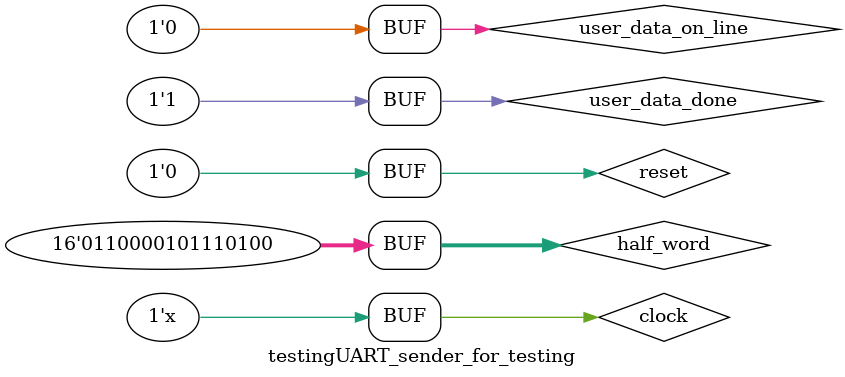
<source format=v>
`timescale 1us / 1ps

module testingUART_sender_for_testing;

	// Inputs
	reg clock;
	reg reset;
	reg user_data_on_line;
	reg user_data_done;
	reg [15:0] half_word;

	// Outputs
	wire tx_done;
	wire tx_line;
//	wire [2:0] fbc_curr, fbc_next;
	
	// Instantiate the Unit Under Test (UUT)
	UART_sender_for_testing uut(
//		.fbc_curr(fbc_curr), .fbc_next(fbc_next),
		.clock(clock),
		.reset(reset),
		.uart_cpd(10'd50),
		.uart_byte_space(10'd12),
		.user_data_on_line(user_data_on_line),
		.user_data_done(user_data_done),
		.tx_done(tx_done),
		.half_word(half_word),
		.tx_line(tx_line)
	);
	
	always begin
		#1 clock = !clock;
	end

	initial begin
		// Initialize Inputs
		clock = 0;
		reset = 1;
		user_data_on_line = 0;
		user_data_done = 0;
		half_word = 16'd0;

		// Wait 100 us for global reset to finish
		#100;
        
		// Add stimulus here
		#0 reset = 1'b0;
		
		#10 half_word = 16'h4154;
		#10 user_data_on_line = 1'b1;
		
		#11 user_data_on_line = 1'b0;
		
		#30 half_word = 16'h6174;
		#30 user_data_on_line = 1'b1;
		
		#40 user_data_on_line = 1'b0;
		#40 user_data_done = 1'b1;
	end
	
endmodule


</source>
